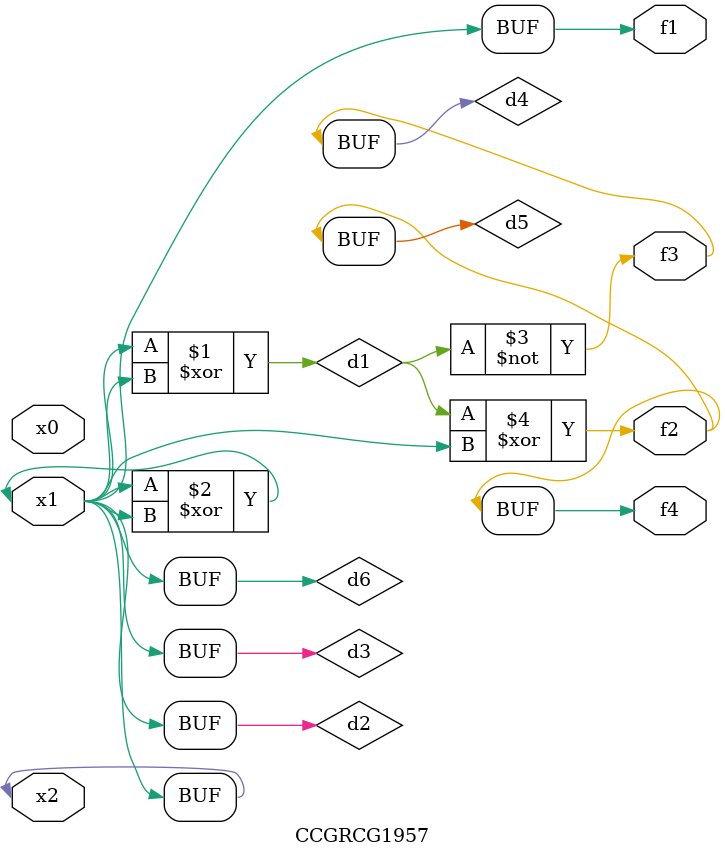
<source format=v>
module CCGRCG1957(
	input x0, x1, x2,
	output f1, f2, f3, f4
);

	wire d1, d2, d3, d4, d5, d6;

	xor (d1, x1, x2);
	buf (d2, x1, x2);
	xor (d3, x1, x2);
	nor (d4, d1);
	xor (d5, d1, d2);
	buf (d6, d2, d3);
	assign f1 = d6;
	assign f2 = d5;
	assign f3 = d4;
	assign f4 = d5;
endmodule

</source>
